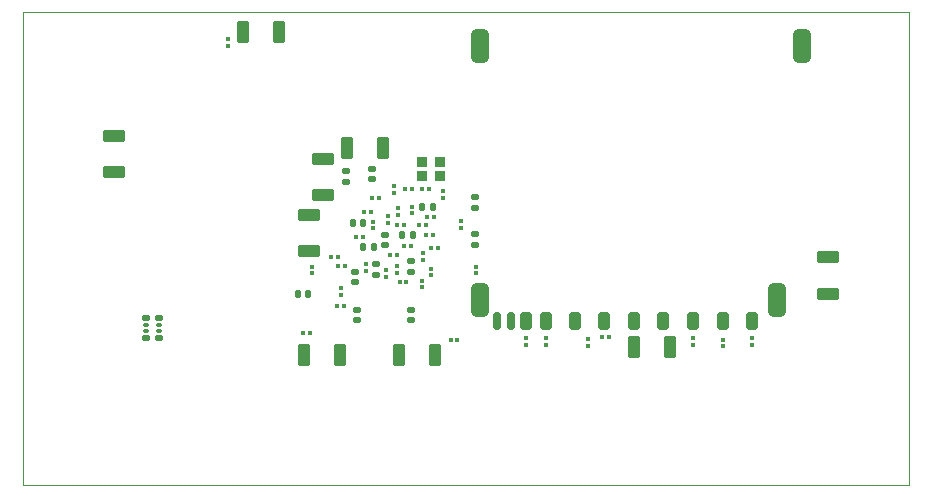
<source format=gbp>
%FSLAX44Y44*%
%MOMM*%
G71*
G01*
G75*
G04 Layer_Color=128*
%ADD10C,0.1500*%
%ADD11C,1.0000*%
%ADD12O,1.0500X2.2000*%
G04:AMPARAMS|DCode=13|XSize=0.6mm|YSize=0.5mm|CornerRadius=0.05mm|HoleSize=0mm|Usage=FLASHONLY|Rotation=0.000|XOffset=0mm|YOffset=0mm|HoleType=Round|Shape=RoundedRectangle|*
%AMROUNDEDRECTD13*
21,1,0.6000,0.4000,0,0,0.0*
21,1,0.5000,0.5000,0,0,0.0*
1,1,0.1000,0.2500,-0.2000*
1,1,0.1000,-0.2500,-0.2000*
1,1,0.1000,-0.2500,0.2000*
1,1,0.1000,0.2500,0.2000*
%
%ADD13ROUNDEDRECTD13*%
G04:AMPARAMS|DCode=14|XSize=0.45mm|YSize=0.65mm|CornerRadius=0.1125mm|HoleSize=0mm|Usage=FLASHONLY|Rotation=180.000|XOffset=0mm|YOffset=0mm|HoleType=Round|Shape=RoundedRectangle|*
%AMROUNDEDRECTD14*
21,1,0.4500,0.4250,0,0,180.0*
21,1,0.2250,0.6500,0,0,180.0*
1,1,0.2250,-0.1125,0.2125*
1,1,0.2250,0.1125,0.2125*
1,1,0.2250,0.1125,-0.2125*
1,1,0.2250,-0.1125,-0.2125*
%
%ADD14ROUNDEDRECTD14*%
%ADD15O,0.3000X0.6500*%
G04:AMPARAMS|DCode=16|XSize=0.4mm|YSize=0.37mm|CornerRadius=0.037mm|HoleSize=0mm|Usage=FLASHONLY|Rotation=90.000|XOffset=0mm|YOffset=0mm|HoleType=Round|Shape=RoundedRectangle|*
%AMROUNDEDRECTD16*
21,1,0.4000,0.2960,0,0,90.0*
21,1,0.3260,0.3700,0,0,90.0*
1,1,0.0740,0.1480,0.1630*
1,1,0.0740,0.1480,-0.1630*
1,1,0.0740,-0.1480,-0.1630*
1,1,0.0740,-0.1480,0.1630*
%
%ADD16ROUNDEDRECTD16*%
G04:AMPARAMS|DCode=17|XSize=0.6mm|YSize=0.5mm|CornerRadius=0.05mm|HoleSize=0mm|Usage=FLASHONLY|Rotation=270.000|XOffset=0mm|YOffset=0mm|HoleType=Round|Shape=RoundedRectangle|*
%AMROUNDEDRECTD17*
21,1,0.6000,0.4000,0,0,270.0*
21,1,0.5000,0.5000,0,0,270.0*
1,1,0.1000,-0.2000,-0.2500*
1,1,0.1000,-0.2000,0.2500*
1,1,0.1000,0.2000,0.2500*
1,1,0.1000,0.2000,-0.2500*
%
%ADD17ROUNDEDRECTD17*%
G04:AMPARAMS|DCode=18|XSize=0.4mm|YSize=0.37mm|CornerRadius=0.037mm|HoleSize=0mm|Usage=FLASHONLY|Rotation=180.000|XOffset=0mm|YOffset=0mm|HoleType=Round|Shape=RoundedRectangle|*
%AMROUNDEDRECTD18*
21,1,0.4000,0.2960,0,0,180.0*
21,1,0.3260,0.3700,0,0,180.0*
1,1,0.0740,-0.1630,0.1480*
1,1,0.0740,0.1630,0.1480*
1,1,0.0740,0.1630,-0.1480*
1,1,0.0740,-0.1630,-0.1480*
%
%ADD18ROUNDEDRECTD18*%
G04:AMPARAMS|DCode=19|XSize=0.5mm|YSize=0.62mm|CornerRadius=0.1mm|HoleSize=0mm|Usage=FLASHONLY|Rotation=90.000|XOffset=0mm|YOffset=0mm|HoleType=Round|Shape=RoundedRectangle|*
%AMROUNDEDRECTD19*
21,1,0.5000,0.4200,0,0,90.0*
21,1,0.3000,0.6200,0,0,90.0*
1,1,0.2000,0.2100,0.1500*
1,1,0.2000,0.2100,-0.1500*
1,1,0.2000,-0.2100,-0.1500*
1,1,0.2000,-0.2100,0.1500*
%
%ADD19ROUNDEDRECTD19*%
G04:AMPARAMS|DCode=20|XSize=0.5mm|YSize=0.62mm|CornerRadius=0.1mm|HoleSize=0mm|Usage=FLASHONLY|Rotation=180.000|XOffset=0mm|YOffset=0mm|HoleType=Round|Shape=RoundedRectangle|*
%AMROUNDEDRECTD20*
21,1,0.5000,0.4200,0,0,180.0*
21,1,0.3000,0.6200,0,0,180.0*
1,1,0.2000,-0.1500,0.2100*
1,1,0.2000,0.1500,0.2100*
1,1,0.2000,0.1500,-0.2100*
1,1,0.2000,-0.1500,-0.2100*
%
%ADD20ROUNDEDRECTD20*%
G04:AMPARAMS|DCode=21|XSize=1mm|YSize=0.7mm|CornerRadius=0.1155mm|HoleSize=0mm|Usage=FLASHONLY|Rotation=90.000|XOffset=0mm|YOffset=0mm|HoleType=Round|Shape=RoundedRectangle|*
%AMROUNDEDRECTD21*
21,1,1.0000,0.4690,0,0,90.0*
21,1,0.7690,0.7000,0,0,90.0*
1,1,0.2310,0.2345,0.3845*
1,1,0.2310,0.2345,-0.3845*
1,1,0.2310,-0.2345,-0.3845*
1,1,0.2310,-0.2345,0.3845*
%
%ADD21ROUNDEDRECTD21*%
G04:AMPARAMS|DCode=22|XSize=1mm|YSize=0.7mm|CornerRadius=0.1155mm|HoleSize=0mm|Usage=FLASHONLY|Rotation=0.000|XOffset=0mm|YOffset=0mm|HoleType=Round|Shape=RoundedRectangle|*
%AMROUNDEDRECTD22*
21,1,1.0000,0.4690,0,0,0.0*
21,1,0.7690,0.7000,0,0,0.0*
1,1,0.2310,0.3845,-0.2345*
1,1,0.2310,-0.3845,-0.2345*
1,1,0.2310,-0.3845,0.2345*
1,1,0.2310,0.3845,0.2345*
%
%ADD22ROUNDEDRECTD22*%
G04:AMPARAMS|DCode=23|XSize=1.1mm|YSize=1.1mm|CornerRadius=0.1815mm|HoleSize=0mm|Usage=FLASHONLY|Rotation=90.000|XOffset=0mm|YOffset=0mm|HoleType=Round|Shape=RoundedRectangle|*
%AMROUNDEDRECTD23*
21,1,1.1000,0.7370,0,0,90.0*
21,1,0.7370,1.1000,0,0,90.0*
1,1,0.3630,0.3685,0.3685*
1,1,0.3630,0.3685,-0.3685*
1,1,0.3630,-0.3685,-0.3685*
1,1,0.3630,-0.3685,0.3685*
%
%ADD23ROUNDEDRECTD23*%
%ADD24O,1.0500X0.6000*%
G04:AMPARAMS|DCode=25|XSize=0.8mm|YSize=1.5mm|CornerRadius=0.2mm|HoleSize=0mm|Usage=FLASHONLY|Rotation=0.000|XOffset=0mm|YOffset=0mm|HoleType=Round|Shape=RoundedRectangle|*
%AMROUNDEDRECTD25*
21,1,0.8000,1.1000,0,0,0.0*
21,1,0.4000,1.5000,0,0,0.0*
1,1,0.4000,0.2000,-0.5500*
1,1,0.4000,-0.2000,-0.5500*
1,1,0.4000,-0.2000,0.5500*
1,1,0.4000,0.2000,0.5500*
%
%ADD25ROUNDEDRECTD25*%
G04:AMPARAMS|DCode=26|XSize=1.45mm|YSize=0.9mm|CornerRadius=0.225mm|HoleSize=0mm|Usage=FLASHONLY|Rotation=0.000|XOffset=0mm|YOffset=0mm|HoleType=Round|Shape=RoundedRectangle|*
%AMROUNDEDRECTD26*
21,1,1.4500,0.4500,0,0,0.0*
21,1,1.0000,0.9000,0,0,0.0*
1,1,0.4500,0.5000,-0.2250*
1,1,0.4500,-0.5000,-0.2250*
1,1,0.4500,-0.5000,0.2250*
1,1,0.4500,0.5000,0.2250*
%
%ADD26ROUNDEDRECTD26*%
G04:AMPARAMS|DCode=27|XSize=1.45mm|YSize=2mm|CornerRadius=0.3625mm|HoleSize=0mm|Usage=FLASHONLY|Rotation=0.000|XOffset=0mm|YOffset=0mm|HoleType=Round|Shape=RoundedRectangle|*
%AMROUNDEDRECTD27*
21,1,1.4500,1.2750,0,0,0.0*
21,1,0.7250,2.0000,0,0,0.0*
1,1,0.7250,0.3625,-0.6375*
1,1,0.7250,-0.3625,-0.6375*
1,1,0.7250,-0.3625,0.6375*
1,1,0.7250,0.3625,0.6375*
%
%ADD27ROUNDEDRECTD27*%
%ADD28O,0.7600X1.6000*%
%ADD29C,0.3500*%
%ADD30C,0.4000*%
G04:AMPARAMS|DCode=31|XSize=0.3mm|YSize=0.6mm|CornerRadius=0.0495mm|HoleSize=0mm|Usage=FLASHONLY|Rotation=0.000|XOffset=0mm|YOffset=0mm|HoleType=Round|Shape=RoundedRectangle|*
%AMROUNDEDRECTD31*
21,1,0.3000,0.5010,0,0,0.0*
21,1,0.2010,0.6000,0,0,0.0*
1,1,0.0990,0.1005,-0.2505*
1,1,0.0990,-0.1005,-0.2505*
1,1,0.0990,-0.1005,0.2505*
1,1,0.0990,0.1005,0.2505*
%
%ADD31ROUNDEDRECTD31*%
G04:AMPARAMS|DCode=32|XSize=0.3mm|YSize=0.6mm|CornerRadius=0.0495mm|HoleSize=0mm|Usage=FLASHONLY|Rotation=270.000|XOffset=0mm|YOffset=0mm|HoleType=Round|Shape=RoundedRectangle|*
%AMROUNDEDRECTD32*
21,1,0.3000,0.5010,0,0,270.0*
21,1,0.2010,0.6000,0,0,270.0*
1,1,0.0990,-0.2505,-0.1005*
1,1,0.0990,-0.2505,0.1005*
1,1,0.0990,0.2505,0.1005*
1,1,0.0990,0.2505,-0.1005*
%
%ADD32ROUNDEDRECTD32*%
%ADD33R,2.2500X0.9000*%
%ADD34R,0.7400X0.5400*%
%ADD35R,0.9000X1.0000*%
%ADD36R,0.6500X1.2000*%
G04:AMPARAMS|DCode=37|XSize=1.82mm|YSize=1.07mm|CornerRadius=0.107mm|HoleSize=0mm|Usage=FLASHONLY|Rotation=180.000|XOffset=0mm|YOffset=0mm|HoleType=Round|Shape=RoundedRectangle|*
%AMROUNDEDRECTD37*
21,1,1.8200,0.8560,0,0,180.0*
21,1,1.6060,1.0700,0,0,180.0*
1,1,0.2140,-0.8030,0.4280*
1,1,0.2140,0.8030,0.4280*
1,1,0.2140,0.8030,-0.4280*
1,1,0.2140,-0.8030,-0.4280*
%
%ADD37ROUNDEDRECTD37*%
%ADD38R,1.0000X2.0000*%
%ADD39R,2.8000X0.8000*%
%ADD40C,2.0000*%
%ADD41C,0.2000*%
%ADD42C,0.3000*%
%ADD43C,0.1000*%
%ADD44C,0.3810*%
%ADD45C,0.5000*%
%ADD46C,0.4000*%
%ADD47R,1.5000X1.5000*%
%ADD48C,1.5000*%
%ADD49R,1.5000X1.5000*%
%ADD50C,0.8000*%
%ADD51C,6.0000*%
%ADD52C,0.5000*%
G04:AMPARAMS|DCode=53|XSize=1.82mm|YSize=1.07mm|CornerRadius=0.107mm|HoleSize=0mm|Usage=FLASHONLY|Rotation=270.000|XOffset=0mm|YOffset=0mm|HoleType=Round|Shape=RoundedRectangle|*
%AMROUNDEDRECTD53*
21,1,1.8200,0.8560,0,0,270.0*
21,1,1.6060,1.0700,0,0,270.0*
1,1,0.2140,-0.4280,-0.8030*
1,1,0.2140,-0.4280,0.8030*
1,1,0.2140,0.4280,0.8030*
1,1,0.2140,0.4280,-0.8030*
%
%ADD53ROUNDEDRECTD53*%
G04:AMPARAMS|DCode=54|XSize=1.5mm|YSize=2.8mm|CornerRadius=0.375mm|HoleSize=0mm|Usage=FLASHONLY|Rotation=0.000|XOffset=0mm|YOffset=0mm|HoleType=Round|Shape=RoundedRectangle|*
%AMROUNDEDRECTD54*
21,1,1.5000,2.0500,0,0,0.0*
21,1,0.7500,2.8000,0,0,0.0*
1,1,0.7500,0.3750,-1.0250*
1,1,0.7500,-0.3750,-1.0250*
1,1,0.7500,-0.3750,1.0250*
1,1,0.7500,0.3750,1.0250*
%
%ADD54ROUNDEDRECTD54*%
G04:AMPARAMS|DCode=55|XSize=1mm|YSize=1.5mm|CornerRadius=0.25mm|HoleSize=0mm|Usage=FLASHONLY|Rotation=0.000|XOffset=0mm|YOffset=0mm|HoleType=Round|Shape=RoundedRectangle|*
%AMROUNDEDRECTD55*
21,1,1.0000,1.0000,0,0,0.0*
21,1,0.5000,1.5000,0,0,0.0*
1,1,0.5000,0.2500,-0.5000*
1,1,0.5000,-0.2500,-0.5000*
1,1,0.5000,-0.2500,0.5000*
1,1,0.5000,0.2500,0.5000*
%
%ADD55ROUNDEDRECTD55*%
G04:AMPARAMS|DCode=56|XSize=0.7mm|YSize=1.5mm|CornerRadius=0.175mm|HoleSize=0mm|Usage=FLASHONLY|Rotation=0.000|XOffset=0mm|YOffset=0mm|HoleType=Round|Shape=RoundedRectangle|*
%AMROUNDEDRECTD56*
21,1,0.7000,1.1500,0,0,0.0*
21,1,0.3500,1.5000,0,0,0.0*
1,1,0.3500,0.1750,-0.5750*
1,1,0.3500,-0.1750,-0.5750*
1,1,0.3500,-0.1750,0.5750*
1,1,0.3500,0.1750,0.5750*
%
%ADD56ROUNDEDRECTD56*%
G04:AMPARAMS|DCode=57|XSize=0.9mm|YSize=0.8mm|CornerRadius=0.08mm|HoleSize=0mm|Usage=FLASHONLY|Rotation=0.000|XOffset=0mm|YOffset=0mm|HoleType=Round|Shape=RoundedRectangle|*
%AMROUNDEDRECTD57*
21,1,0.9000,0.6400,0,0,0.0*
21,1,0.7400,0.8000,0,0,0.0*
1,1,0.1600,0.3700,-0.3200*
1,1,0.1600,-0.3700,-0.3200*
1,1,0.1600,-0.3700,0.3200*
1,1,0.1600,0.3700,0.3200*
%
%ADD57ROUNDEDRECTD57*%
G04:AMPARAMS|DCode=58|XSize=0.45mm|YSize=0.65mm|CornerRadius=0.1125mm|HoleSize=0mm|Usage=FLASHONLY|Rotation=270.000|XOffset=0mm|YOffset=0mm|HoleType=Round|Shape=RoundedRectangle|*
%AMROUNDEDRECTD58*
21,1,0.4500,0.4250,0,0,270.0*
21,1,0.2250,0.6500,0,0,270.0*
1,1,0.2250,-0.2125,-0.1125*
1,1,0.2250,-0.2125,0.1125*
1,1,0.2250,0.2125,0.1125*
1,1,0.2250,0.2125,-0.1125*
%
%ADD58ROUNDEDRECTD58*%
%ADD59O,0.6500X0.3000*%
%ADD60C,1.0000*%
%ADD61C,0.7500*%
%ADD62C,2.0000*%
D13*
X306724Y202421D02*
D03*
Y211421D02*
D03*
X281657Y180381D02*
D03*
Y171381D02*
D03*
X299081Y186605D02*
D03*
Y177605D02*
D03*
X295665Y267546D02*
D03*
Y258546D02*
D03*
X273315Y256095D02*
D03*
Y265095D02*
D03*
X329024Y180281D02*
D03*
Y189281D02*
D03*
X383159Y212031D02*
D03*
Y203030D02*
D03*
X383076Y243520D02*
D03*
Y234520D02*
D03*
X283067Y138970D02*
D03*
Y147970D02*
D03*
X328912Y148065D02*
D03*
Y139065D02*
D03*
D16*
X323734Y250219D02*
D03*
X329434D02*
D03*
X301337Y243034D02*
D03*
X295637D02*
D03*
X345713Y200558D02*
D03*
X351413D02*
D03*
X335797Y219589D02*
D03*
X341497D02*
D03*
X317066Y219811D02*
D03*
X322766D02*
D03*
X288074Y210023D02*
D03*
X282374D02*
D03*
X266773Y185084D02*
D03*
X272473D02*
D03*
X316502Y194713D02*
D03*
X310802D02*
D03*
X294622Y231114D02*
D03*
X288922D02*
D03*
X346940Y211264D02*
D03*
X341240D02*
D03*
X344066Y250219D02*
D03*
X338366D02*
D03*
X496111Y125000D02*
D03*
X490411D02*
D03*
X266574Y193087D02*
D03*
X260874D02*
D03*
X347837Y226719D02*
D03*
X342137D02*
D03*
X322777Y202402D02*
D03*
X328477D02*
D03*
X243287Y127940D02*
D03*
X237587D02*
D03*
X265937Y151496D02*
D03*
X271637D02*
D03*
X319058Y171745D02*
D03*
X324758D02*
D03*
X362150Y122500D02*
D03*
X367850D02*
D03*
D17*
X288003Y201335D02*
D03*
X297003D02*
D03*
X330392Y210977D02*
D03*
X321392D02*
D03*
X288219Y221169D02*
D03*
X279219D02*
D03*
X337904Y235307D02*
D03*
X346904D02*
D03*
X241649Y160990D02*
D03*
X232649D02*
D03*
D18*
X174000Y376850D02*
D03*
Y371150D02*
D03*
X313887Y246997D02*
D03*
Y252697D02*
D03*
X338831Y189980D02*
D03*
Y195680D02*
D03*
X308956Y227382D02*
D03*
Y221682D02*
D03*
X317026Y179451D02*
D03*
Y185151D02*
D03*
X307675Y175887D02*
D03*
Y181587D02*
D03*
X318042Y228554D02*
D03*
Y234254D02*
D03*
X345829Y182777D02*
D03*
Y177077D02*
D03*
X290521Y181001D02*
D03*
Y186701D02*
D03*
X355832Y248680D02*
D03*
Y242980D02*
D03*
X329296Y235251D02*
D03*
Y229551D02*
D03*
X296908Y216886D02*
D03*
Y222586D02*
D03*
X338335Y166871D02*
D03*
Y172571D02*
D03*
X592471Y117032D02*
D03*
Y122732D02*
D03*
X567753Y118290D02*
D03*
Y123990D02*
D03*
X443329Y118290D02*
D03*
Y123990D02*
D03*
X426353Y118290D02*
D03*
Y123990D02*
D03*
X617494Y118290D02*
D03*
Y123990D02*
D03*
X478921Y117309D02*
D03*
Y123009D02*
D03*
X383931Y178873D02*
D03*
Y184573D02*
D03*
X370691Y217563D02*
D03*
Y223263D02*
D03*
X269725Y160736D02*
D03*
Y166436D02*
D03*
X244919Y184468D02*
D03*
Y178768D02*
D03*
D37*
X77500Y264750D02*
D03*
Y295250D02*
D03*
X682000Y192250D02*
D03*
Y161750D02*
D03*
X254100Y275425D02*
D03*
Y244925D02*
D03*
X242272Y197462D02*
D03*
Y227962D02*
D03*
D43*
X0Y0D02*
Y399996D01*
Y0D02*
X750004D01*
Y399996D01*
X0D02*
X750004D01*
D53*
X217250Y383000D02*
D03*
X186750D02*
D03*
X547672Y116824D02*
D03*
X517172D02*
D03*
X274750Y285000D02*
D03*
X305250D02*
D03*
X268888Y109618D02*
D03*
X238388D02*
D03*
X348659Y109300D02*
D03*
X318159D02*
D03*
D54*
X387159Y371678D02*
D03*
X660159D02*
D03*
X387159Y156678D02*
D03*
X638159D02*
D03*
D55*
X617459Y138678D02*
D03*
X592459D02*
D03*
X567459D02*
D03*
X542459D02*
D03*
X517459D02*
D03*
X492459D02*
D03*
X467459D02*
D03*
X443209D02*
D03*
X426209D02*
D03*
D56*
X413209D02*
D03*
X401209D02*
D03*
D57*
X338313Y273199D02*
D03*
X353313D02*
D03*
Y261199D02*
D03*
X338313D02*
D03*
D58*
X104500Y124250D02*
D03*
Y140750D02*
D03*
X115500Y124250D02*
D03*
Y140750D02*
D03*
D59*
X104500Y130000D02*
D03*
Y135000D02*
D03*
X115500Y130000D02*
D03*
Y135000D02*
D03*
M02*

</source>
